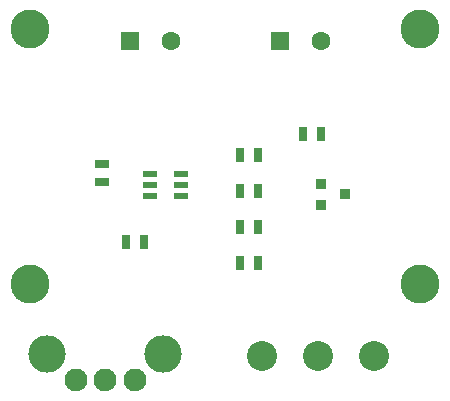
<source format=gts>
G04 (created by PCBNEW (2013-mar-13)-testing) date Wed 04 Dec 2013 03:02:40 PM PST*
%MOIN*%
G04 Gerber Fmt 3.4, Leading zero omitted, Abs format*
%FSLAX34Y34*%
G01*
G70*
G90*
G04 APERTURE LIST*
%ADD10C,0.005906*%
%ADD11R,0.025000X0.045000*%
%ADD12R,0.063000X0.063000*%
%ADD13C,0.063000*%
%ADD14R,0.036000X0.036000*%
%ADD15R,0.045000X0.025000*%
%ADD16C,0.076000*%
%ADD17C,0.125000*%
%ADD18C,0.100000*%
%ADD19R,0.048031X0.024409*%
%ADD20C,0.130000*%
G04 APERTURE END LIST*
G54D10*
G54D11*
X18000Y-16400D03*
X18600Y-16400D03*
X20700Y-14500D03*
X20100Y-14500D03*
G54D12*
X14311Y-11400D03*
G54D13*
X15689Y-11400D03*
G54D12*
X19311Y-11400D03*
G54D13*
X20689Y-11400D03*
G54D14*
X20700Y-16850D03*
X20700Y-16150D03*
X21500Y-16500D03*
G54D11*
X14800Y-18100D03*
X14200Y-18100D03*
X18000Y-17600D03*
X18600Y-17600D03*
X18600Y-15200D03*
X18000Y-15200D03*
G54D15*
X13400Y-16100D03*
X13400Y-15500D03*
G54D11*
X18000Y-18800D03*
X18600Y-18800D03*
G54D16*
X12516Y-22700D03*
X13500Y-22700D03*
X14484Y-22700D03*
G54D17*
X11570Y-21834D03*
X15430Y-21834D03*
G54D18*
X18730Y-21900D03*
X20600Y-21900D03*
X22470Y-21900D03*
G54D19*
X16015Y-15825D03*
X16015Y-16200D03*
X16015Y-16574D03*
X14984Y-16574D03*
X14984Y-16200D03*
X14984Y-15825D03*
G54D20*
X11000Y-19500D03*
X24000Y-11000D03*
X11000Y-11000D03*
X24000Y-19500D03*
M02*

</source>
